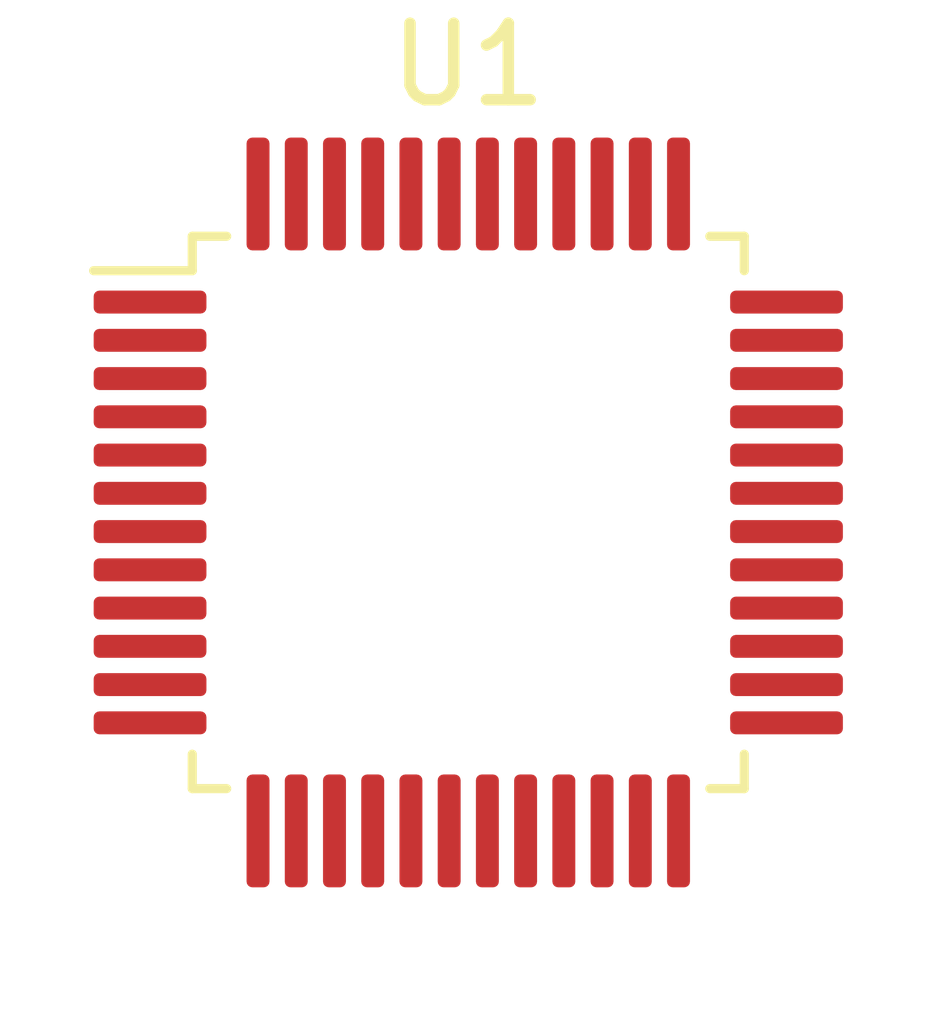
<source format=kicad_pcb>
(kicad_pcb (version 20171130) (host pcbnew "(5.1.2)-2")

  (general
    (thickness 1.6)
    (drawings 0)
    (tracks 0)
    (zones 0)
    (modules 1)
    (nets 49)
  )

  (page A4)
  (layers
    (0 F.Cu signal)
    (31 B.Cu signal)
    (32 B.Adhes user)
    (33 F.Adhes user)
    (34 B.Paste user)
    (35 F.Paste user)
    (36 B.SilkS user)
    (37 F.SilkS user)
    (38 B.Mask user)
    (39 F.Mask user)
    (40 Dwgs.User user)
    (41 Cmts.User user)
    (42 Eco1.User user)
    (43 Eco2.User user)
    (44 Edge.Cuts user)
    (45 Margin user)
    (46 B.CrtYd user)
    (47 F.CrtYd user)
    (48 B.Fab user)
    (49 F.Fab user)
  )

  (setup
    (last_trace_width 0.25)
    (trace_clearance 0.2)
    (zone_clearance 0.508)
    (zone_45_only no)
    (trace_min 0.2)
    (via_size 0.8)
    (via_drill 0.4)
    (via_min_size 0.4)
    (via_min_drill 0.3)
    (uvia_size 0.3)
    (uvia_drill 0.1)
    (uvias_allowed no)
    (uvia_min_size 0.2)
    (uvia_min_drill 0.1)
    (edge_width 0.05)
    (segment_width 0.2)
    (pcb_text_width 0.3)
    (pcb_text_size 1.5 1.5)
    (mod_edge_width 0.12)
    (mod_text_size 1 1)
    (mod_text_width 0.15)
    (pad_size 1.524 1.524)
    (pad_drill 0.762)
    (pad_to_mask_clearance 0.051)
    (solder_mask_min_width 0.25)
    (aux_axis_origin 0 0)
    (visible_elements FFFFFF7F)
    (pcbplotparams
      (layerselection 0x010fc_ffffffff)
      (usegerberextensions false)
      (usegerberattributes false)
      (usegerberadvancedattributes false)
      (creategerberjobfile false)
      (excludeedgelayer true)
      (linewidth 0.100000)
      (plotframeref false)
      (viasonmask false)
      (mode 1)
      (useauxorigin false)
      (hpglpennumber 1)
      (hpglpenspeed 20)
      (hpglpendiameter 15.000000)
      (psnegative false)
      (psa4output false)
      (plotreference true)
      (plotvalue true)
      (plotinvisibletext false)
      (padsonsilk false)
      (subtractmaskfromsilk false)
      (outputformat 1)
      (mirror false)
      (drillshape 1)
      (scaleselection 1)
      (outputdirectory ""))
  )

  (net 0 "")
  (net 1 "Net-(U1-Pad1)")
  (net 2 "Net-(U1-Pad2)")
  (net 3 "Net-(U1-Pad3)")
  (net 4 "Net-(U1-Pad4)")
  (net 5 "Net-(U1-Pad5)")
  (net 6 "Net-(U1-Pad6)")
  (net 7 "Net-(U1-Pad7)")
  (net 8 "Net-(U1-Pad8)")
  (net 9 "Net-(U1-Pad9)")
  (net 10 "Net-(U1-Pad10)")
  (net 11 "Net-(U1-Pad11)")
  (net 12 "Net-(U1-Pad12)")
  (net 13 "Net-(U1-Pad13)")
  (net 14 "Net-(U1-Pad14)")
  (net 15 "Net-(U1-Pad15)")
  (net 16 "Net-(U1-Pad16)")
  (net 17 "Net-(U1-Pad17)")
  (net 18 "Net-(U1-Pad18)")
  (net 19 "Net-(U1-Pad19)")
  (net 20 "Net-(U1-Pad20)")
  (net 21 "Net-(U1-Pad21)")
  (net 22 "Net-(U1-Pad22)")
  (net 23 "Net-(U1-Pad23)")
  (net 24 "Net-(U1-Pad24)")
  (net 25 "Net-(U1-Pad25)")
  (net 26 "Net-(U1-Pad26)")
  (net 27 "Net-(U1-Pad27)")
  (net 28 "Net-(U1-Pad28)")
  (net 29 "Net-(U1-Pad29)")
  (net 30 "Net-(U1-Pad30)")
  (net 31 "Net-(U1-Pad31)")
  (net 32 "Net-(U1-Pad32)")
  (net 33 "Net-(U1-Pad33)")
  (net 34 "Net-(U1-Pad34)")
  (net 35 "Net-(U1-Pad35)")
  (net 36 "Net-(U1-Pad36)")
  (net 37 "Net-(U1-Pad37)")
  (net 38 "Net-(U1-Pad38)")
  (net 39 "Net-(U1-Pad39)")
  (net 40 "Net-(U1-Pad40)")
  (net 41 "Net-(U1-Pad41)")
  (net 42 "Net-(U1-Pad42)")
  (net 43 "Net-(U1-Pad43)")
  (net 44 "Net-(U1-Pad44)")
  (net 45 "Net-(U1-Pad45)")
  (net 46 "Net-(U1-Pad46)")
  (net 47 "Net-(U1-Pad47)")
  (net 48 "Net-(U1-Pad48)")

  (net_class Default "Esta es la clase de red por defecto."
    (clearance 0.2)
    (trace_width 0.25)
    (via_dia 0.8)
    (via_drill 0.4)
    (uvia_dia 0.3)
    (uvia_drill 0.1)
    (add_net "Net-(U1-Pad1)")
    (add_net "Net-(U1-Pad10)")
    (add_net "Net-(U1-Pad11)")
    (add_net "Net-(U1-Pad12)")
    (add_net "Net-(U1-Pad13)")
    (add_net "Net-(U1-Pad14)")
    (add_net "Net-(U1-Pad15)")
    (add_net "Net-(U1-Pad16)")
    (add_net "Net-(U1-Pad17)")
    (add_net "Net-(U1-Pad18)")
    (add_net "Net-(U1-Pad19)")
    (add_net "Net-(U1-Pad2)")
    (add_net "Net-(U1-Pad20)")
    (add_net "Net-(U1-Pad21)")
    (add_net "Net-(U1-Pad22)")
    (add_net "Net-(U1-Pad23)")
    (add_net "Net-(U1-Pad24)")
    (add_net "Net-(U1-Pad25)")
    (add_net "Net-(U1-Pad26)")
    (add_net "Net-(U1-Pad27)")
    (add_net "Net-(U1-Pad28)")
    (add_net "Net-(U1-Pad29)")
    (add_net "Net-(U1-Pad3)")
    (add_net "Net-(U1-Pad30)")
    (add_net "Net-(U1-Pad31)")
    (add_net "Net-(U1-Pad32)")
    (add_net "Net-(U1-Pad33)")
    (add_net "Net-(U1-Pad34)")
    (add_net "Net-(U1-Pad35)")
    (add_net "Net-(U1-Pad36)")
    (add_net "Net-(U1-Pad37)")
    (add_net "Net-(U1-Pad38)")
    (add_net "Net-(U1-Pad39)")
    (add_net "Net-(U1-Pad4)")
    (add_net "Net-(U1-Pad40)")
    (add_net "Net-(U1-Pad41)")
    (add_net "Net-(U1-Pad42)")
    (add_net "Net-(U1-Pad43)")
    (add_net "Net-(U1-Pad44)")
    (add_net "Net-(U1-Pad45)")
    (add_net "Net-(U1-Pad46)")
    (add_net "Net-(U1-Pad47)")
    (add_net "Net-(U1-Pad48)")
    (add_net "Net-(U1-Pad5)")
    (add_net "Net-(U1-Pad6)")
    (add_net "Net-(U1-Pad7)")
    (add_net "Net-(U1-Pad8)")
    (add_net "Net-(U1-Pad9)")
  )

  (module Package_QFP:LQFP-48_7x7mm_P0.5mm (layer F.Cu) (tedit 5C18330E) (tstamp 5D008C00)
    (at 152.4 85.09)
    (descr "LQFP, 48 Pin (https://www.analog.com/media/en/technical-documentation/data-sheets/ltc2358-16.pdf), generated with kicad-footprint-generator ipc_gullwing_generator.py")
    (tags "LQFP QFP")
    (path /5D003CA2)
    (attr smd)
    (fp_text reference U1 (at 0 -5.85) (layer F.SilkS)
      (effects (font (size 1 1) (thickness 0.15)))
    )
    (fp_text value STM32F103C8Tx (at 0 5.85) (layer F.Fab)
      (effects (font (size 1 1) (thickness 0.15)))
    )
    (fp_line (start 3.16 3.61) (end 3.61 3.61) (layer F.SilkS) (width 0.12))
    (fp_line (start 3.61 3.61) (end 3.61 3.16) (layer F.SilkS) (width 0.12))
    (fp_line (start -3.16 3.61) (end -3.61 3.61) (layer F.SilkS) (width 0.12))
    (fp_line (start -3.61 3.61) (end -3.61 3.16) (layer F.SilkS) (width 0.12))
    (fp_line (start 3.16 -3.61) (end 3.61 -3.61) (layer F.SilkS) (width 0.12))
    (fp_line (start 3.61 -3.61) (end 3.61 -3.16) (layer F.SilkS) (width 0.12))
    (fp_line (start -3.16 -3.61) (end -3.61 -3.61) (layer F.SilkS) (width 0.12))
    (fp_line (start -3.61 -3.61) (end -3.61 -3.16) (layer F.SilkS) (width 0.12))
    (fp_line (start -3.61 -3.16) (end -4.9 -3.16) (layer F.SilkS) (width 0.12))
    (fp_line (start -2.5 -3.5) (end 3.5 -3.5) (layer F.Fab) (width 0.1))
    (fp_line (start 3.5 -3.5) (end 3.5 3.5) (layer F.Fab) (width 0.1))
    (fp_line (start 3.5 3.5) (end -3.5 3.5) (layer F.Fab) (width 0.1))
    (fp_line (start -3.5 3.5) (end -3.5 -2.5) (layer F.Fab) (width 0.1))
    (fp_line (start -3.5 -2.5) (end -2.5 -3.5) (layer F.Fab) (width 0.1))
    (fp_line (start 0 -5.15) (end -3.15 -5.15) (layer F.CrtYd) (width 0.05))
    (fp_line (start -3.15 -5.15) (end -3.15 -3.75) (layer F.CrtYd) (width 0.05))
    (fp_line (start -3.15 -3.75) (end -3.75 -3.75) (layer F.CrtYd) (width 0.05))
    (fp_line (start -3.75 -3.75) (end -3.75 -3.15) (layer F.CrtYd) (width 0.05))
    (fp_line (start -3.75 -3.15) (end -5.15 -3.15) (layer F.CrtYd) (width 0.05))
    (fp_line (start -5.15 -3.15) (end -5.15 0) (layer F.CrtYd) (width 0.05))
    (fp_line (start 0 -5.15) (end 3.15 -5.15) (layer F.CrtYd) (width 0.05))
    (fp_line (start 3.15 -5.15) (end 3.15 -3.75) (layer F.CrtYd) (width 0.05))
    (fp_line (start 3.15 -3.75) (end 3.75 -3.75) (layer F.CrtYd) (width 0.05))
    (fp_line (start 3.75 -3.75) (end 3.75 -3.15) (layer F.CrtYd) (width 0.05))
    (fp_line (start 3.75 -3.15) (end 5.15 -3.15) (layer F.CrtYd) (width 0.05))
    (fp_line (start 5.15 -3.15) (end 5.15 0) (layer F.CrtYd) (width 0.05))
    (fp_line (start 0 5.15) (end -3.15 5.15) (layer F.CrtYd) (width 0.05))
    (fp_line (start -3.15 5.15) (end -3.15 3.75) (layer F.CrtYd) (width 0.05))
    (fp_line (start -3.15 3.75) (end -3.75 3.75) (layer F.CrtYd) (width 0.05))
    (fp_line (start -3.75 3.75) (end -3.75 3.15) (layer F.CrtYd) (width 0.05))
    (fp_line (start -3.75 3.15) (end -5.15 3.15) (layer F.CrtYd) (width 0.05))
    (fp_line (start -5.15 3.15) (end -5.15 0) (layer F.CrtYd) (width 0.05))
    (fp_line (start 0 5.15) (end 3.15 5.15) (layer F.CrtYd) (width 0.05))
    (fp_line (start 3.15 5.15) (end 3.15 3.75) (layer F.CrtYd) (width 0.05))
    (fp_line (start 3.15 3.75) (end 3.75 3.75) (layer F.CrtYd) (width 0.05))
    (fp_line (start 3.75 3.75) (end 3.75 3.15) (layer F.CrtYd) (width 0.05))
    (fp_line (start 3.75 3.15) (end 5.15 3.15) (layer F.CrtYd) (width 0.05))
    (fp_line (start 5.15 3.15) (end 5.15 0) (layer F.CrtYd) (width 0.05))
    (fp_text user %R (at 0 0) (layer F.Fab)
      (effects (font (size 1 1) (thickness 0.15)))
    )
    (pad 1 smd roundrect (at -4.1625 -2.75) (size 1.475 0.3) (layers F.Cu F.Paste F.Mask) (roundrect_rratio 0.25)
      (net 1 "Net-(U1-Pad1)"))
    (pad 2 smd roundrect (at -4.1625 -2.25) (size 1.475 0.3) (layers F.Cu F.Paste F.Mask) (roundrect_rratio 0.25)
      (net 2 "Net-(U1-Pad2)"))
    (pad 3 smd roundrect (at -4.1625 -1.75) (size 1.475 0.3) (layers F.Cu F.Paste F.Mask) (roundrect_rratio 0.25)
      (net 3 "Net-(U1-Pad3)"))
    (pad 4 smd roundrect (at -4.1625 -1.25) (size 1.475 0.3) (layers F.Cu F.Paste F.Mask) (roundrect_rratio 0.25)
      (net 4 "Net-(U1-Pad4)"))
    (pad 5 smd roundrect (at -4.1625 -0.75) (size 1.475 0.3) (layers F.Cu F.Paste F.Mask) (roundrect_rratio 0.25)
      (net 5 "Net-(U1-Pad5)"))
    (pad 6 smd roundrect (at -4.1625 -0.25) (size 1.475 0.3) (layers F.Cu F.Paste F.Mask) (roundrect_rratio 0.25)
      (net 6 "Net-(U1-Pad6)"))
    (pad 7 smd roundrect (at -4.1625 0.25) (size 1.475 0.3) (layers F.Cu F.Paste F.Mask) (roundrect_rratio 0.25)
      (net 7 "Net-(U1-Pad7)"))
    (pad 8 smd roundrect (at -4.1625 0.75) (size 1.475 0.3) (layers F.Cu F.Paste F.Mask) (roundrect_rratio 0.25)
      (net 8 "Net-(U1-Pad8)"))
    (pad 9 smd roundrect (at -4.1625 1.25) (size 1.475 0.3) (layers F.Cu F.Paste F.Mask) (roundrect_rratio 0.25)
      (net 9 "Net-(U1-Pad9)"))
    (pad 10 smd roundrect (at -4.1625 1.75) (size 1.475 0.3) (layers F.Cu F.Paste F.Mask) (roundrect_rratio 0.25)
      (net 10 "Net-(U1-Pad10)"))
    (pad 11 smd roundrect (at -4.1625 2.25) (size 1.475 0.3) (layers F.Cu F.Paste F.Mask) (roundrect_rratio 0.25)
      (net 11 "Net-(U1-Pad11)"))
    (pad 12 smd roundrect (at -4.1625 2.75) (size 1.475 0.3) (layers F.Cu F.Paste F.Mask) (roundrect_rratio 0.25)
      (net 12 "Net-(U1-Pad12)"))
    (pad 13 smd roundrect (at -2.75 4.1625) (size 0.3 1.475) (layers F.Cu F.Paste F.Mask) (roundrect_rratio 0.25)
      (net 13 "Net-(U1-Pad13)"))
    (pad 14 smd roundrect (at -2.25 4.1625) (size 0.3 1.475) (layers F.Cu F.Paste F.Mask) (roundrect_rratio 0.25)
      (net 14 "Net-(U1-Pad14)"))
    (pad 15 smd roundrect (at -1.75 4.1625) (size 0.3 1.475) (layers F.Cu F.Paste F.Mask) (roundrect_rratio 0.25)
      (net 15 "Net-(U1-Pad15)"))
    (pad 16 smd roundrect (at -1.25 4.1625) (size 0.3 1.475) (layers F.Cu F.Paste F.Mask) (roundrect_rratio 0.25)
      (net 16 "Net-(U1-Pad16)"))
    (pad 17 smd roundrect (at -0.75 4.1625) (size 0.3 1.475) (layers F.Cu F.Paste F.Mask) (roundrect_rratio 0.25)
      (net 17 "Net-(U1-Pad17)"))
    (pad 18 smd roundrect (at -0.25 4.1625) (size 0.3 1.475) (layers F.Cu F.Paste F.Mask) (roundrect_rratio 0.25)
      (net 18 "Net-(U1-Pad18)"))
    (pad 19 smd roundrect (at 0.25 4.1625) (size 0.3 1.475) (layers F.Cu F.Paste F.Mask) (roundrect_rratio 0.25)
      (net 19 "Net-(U1-Pad19)"))
    (pad 20 smd roundrect (at 0.75 4.1625) (size 0.3 1.475) (layers F.Cu F.Paste F.Mask) (roundrect_rratio 0.25)
      (net 20 "Net-(U1-Pad20)"))
    (pad 21 smd roundrect (at 1.25 4.1625) (size 0.3 1.475) (layers F.Cu F.Paste F.Mask) (roundrect_rratio 0.25)
      (net 21 "Net-(U1-Pad21)"))
    (pad 22 smd roundrect (at 1.75 4.1625) (size 0.3 1.475) (layers F.Cu F.Paste F.Mask) (roundrect_rratio 0.25)
      (net 22 "Net-(U1-Pad22)"))
    (pad 23 smd roundrect (at 2.25 4.1625) (size 0.3 1.475) (layers F.Cu F.Paste F.Mask) (roundrect_rratio 0.25)
      (net 23 "Net-(U1-Pad23)"))
    (pad 24 smd roundrect (at 2.75 4.1625) (size 0.3 1.475) (layers F.Cu F.Paste F.Mask) (roundrect_rratio 0.25)
      (net 24 "Net-(U1-Pad24)"))
    (pad 25 smd roundrect (at 4.1625 2.75) (size 1.475 0.3) (layers F.Cu F.Paste F.Mask) (roundrect_rratio 0.25)
      (net 25 "Net-(U1-Pad25)"))
    (pad 26 smd roundrect (at 4.1625 2.25) (size 1.475 0.3) (layers F.Cu F.Paste F.Mask) (roundrect_rratio 0.25)
      (net 26 "Net-(U1-Pad26)"))
    (pad 27 smd roundrect (at 4.1625 1.75) (size 1.475 0.3) (layers F.Cu F.Paste F.Mask) (roundrect_rratio 0.25)
      (net 27 "Net-(U1-Pad27)"))
    (pad 28 smd roundrect (at 4.1625 1.25) (size 1.475 0.3) (layers F.Cu F.Paste F.Mask) (roundrect_rratio 0.25)
      (net 28 "Net-(U1-Pad28)"))
    (pad 29 smd roundrect (at 4.1625 0.75) (size 1.475 0.3) (layers F.Cu F.Paste F.Mask) (roundrect_rratio 0.25)
      (net 29 "Net-(U1-Pad29)"))
    (pad 30 smd roundrect (at 4.1625 0.25) (size 1.475 0.3) (layers F.Cu F.Paste F.Mask) (roundrect_rratio 0.25)
      (net 30 "Net-(U1-Pad30)"))
    (pad 31 smd roundrect (at 4.1625 -0.25) (size 1.475 0.3) (layers F.Cu F.Paste F.Mask) (roundrect_rratio 0.25)
      (net 31 "Net-(U1-Pad31)"))
    (pad 32 smd roundrect (at 4.1625 -0.75) (size 1.475 0.3) (layers F.Cu F.Paste F.Mask) (roundrect_rratio 0.25)
      (net 32 "Net-(U1-Pad32)"))
    (pad 33 smd roundrect (at 4.1625 -1.25) (size 1.475 0.3) (layers F.Cu F.Paste F.Mask) (roundrect_rratio 0.25)
      (net 33 "Net-(U1-Pad33)"))
    (pad 34 smd roundrect (at 4.1625 -1.75) (size 1.475 0.3) (layers F.Cu F.Paste F.Mask) (roundrect_rratio 0.25)
      (net 34 "Net-(U1-Pad34)"))
    (pad 35 smd roundrect (at 4.1625 -2.25) (size 1.475 0.3) (layers F.Cu F.Paste F.Mask) (roundrect_rratio 0.25)
      (net 35 "Net-(U1-Pad35)"))
    (pad 36 smd roundrect (at 4.1625 -2.75) (size 1.475 0.3) (layers F.Cu F.Paste F.Mask) (roundrect_rratio 0.25)
      (net 36 "Net-(U1-Pad36)"))
    (pad 37 smd roundrect (at 2.75 -4.1625) (size 0.3 1.475) (layers F.Cu F.Paste F.Mask) (roundrect_rratio 0.25)
      (net 37 "Net-(U1-Pad37)"))
    (pad 38 smd roundrect (at 2.25 -4.1625) (size 0.3 1.475) (layers F.Cu F.Paste F.Mask) (roundrect_rratio 0.25)
      (net 38 "Net-(U1-Pad38)"))
    (pad 39 smd roundrect (at 1.75 -4.1625) (size 0.3 1.475) (layers F.Cu F.Paste F.Mask) (roundrect_rratio 0.25)
      (net 39 "Net-(U1-Pad39)"))
    (pad 40 smd roundrect (at 1.25 -4.1625) (size 0.3 1.475) (layers F.Cu F.Paste F.Mask) (roundrect_rratio 0.25)
      (net 40 "Net-(U1-Pad40)"))
    (pad 41 smd roundrect (at 0.75 -4.1625) (size 0.3 1.475) (layers F.Cu F.Paste F.Mask) (roundrect_rratio 0.25)
      (net 41 "Net-(U1-Pad41)"))
    (pad 42 smd roundrect (at 0.25 -4.1625) (size 0.3 1.475) (layers F.Cu F.Paste F.Mask) (roundrect_rratio 0.25)
      (net 42 "Net-(U1-Pad42)"))
    (pad 43 smd roundrect (at -0.25 -4.1625) (size 0.3 1.475) (layers F.Cu F.Paste F.Mask) (roundrect_rratio 0.25)
      (net 43 "Net-(U1-Pad43)"))
    (pad 44 smd roundrect (at -0.75 -4.1625) (size 0.3 1.475) (layers F.Cu F.Paste F.Mask) (roundrect_rratio 0.25)
      (net 44 "Net-(U1-Pad44)"))
    (pad 45 smd roundrect (at -1.25 -4.1625) (size 0.3 1.475) (layers F.Cu F.Paste F.Mask) (roundrect_rratio 0.25)
      (net 45 "Net-(U1-Pad45)"))
    (pad 46 smd roundrect (at -1.75 -4.1625) (size 0.3 1.475) (layers F.Cu F.Paste F.Mask) (roundrect_rratio 0.25)
      (net 46 "Net-(U1-Pad46)"))
    (pad 47 smd roundrect (at -2.25 -4.1625) (size 0.3 1.475) (layers F.Cu F.Paste F.Mask) (roundrect_rratio 0.25)
      (net 47 "Net-(U1-Pad47)"))
    (pad 48 smd roundrect (at -2.75 -4.1625) (size 0.3 1.475) (layers F.Cu F.Paste F.Mask) (roundrect_rratio 0.25)
      (net 48 "Net-(U1-Pad48)"))
    (model ${KISYS3DMOD}/Package_QFP.3dshapes/LQFP-48_7x7mm_P0.5mm.wrl
      (at (xyz 0 0 0))
      (scale (xyz 1 1 1))
      (rotate (xyz 0 0 0))
    )
  )

)

</source>
